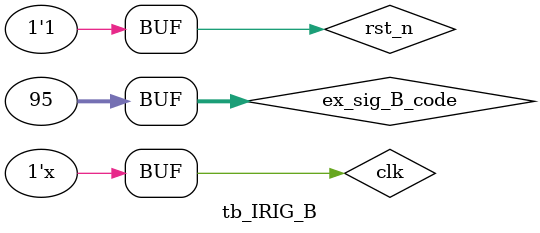
<source format=v>
`timescale 1ns/1ns

module tb_IRIG_B ();

	reg clk;
	reg rst_n;
	reg [31:0] ex_sig_B_code;

	initial begin
		clk <= 1'd0;
		rst_n <= 1'd0;
		#14
		rst_n <= 1'd1;
		ex_sig_B_code <= "P";
		#10_000_000
		ex_sig_B_code <= "P";
		#10_000_000
		ex_sig_B_code <= 48;
		#10_000_000
		ex_sig_B_code <= 48;
		#10_000_000
		ex_sig_B_code <= 48;
		#10_000_000
		ex_sig_B_code <= 49;
		#10_000_000
		ex_sig_B_code <= 48;
		#10_000_000
		ex_sig_B_code <= 48;
		#10_000_000
		ex_sig_B_code <= 48;
		#10_000_000
		ex_sig_B_code <= 48;
		#10_000_000
		ex_sig_B_code <= "P";
		#10_000_000
		ex_sig_B_code <= 48;
		#10_000_000
		ex_sig_B_code <= 48;
		#10_000_000
		ex_sig_B_code <= 48;
		#10_000_000
		ex_sig_B_code <= 49;
		#10_000_000
		ex_sig_B_code <= 48;
		#10_000_000
		ex_sig_B_code <= 48;
		#10_000_000
		ex_sig_B_code <= 48;
		#10_000_000
		ex_sig_B_code <= 49;
		#10_000_000
		ex_sig_B_code <= 48;
		#10_000_000
		ex_sig_B_code <= "P";
		#10_000_000
		ex_sig_B_code <= 49;
		#10_000_000
		ex_sig_B_code <= 48;
		#10_000_000
		ex_sig_B_code <= 48;
		#10_000_000
		ex_sig_B_code <= 48;
		#10_000_000
		ex_sig_B_code <= 48;
		#10_000_000
		ex_sig_B_code <= 48;
		#10_000_000
		ex_sig_B_code <= 48;
		#10_000_000
		ex_sig_B_code <= 48;
		#10_000_000
		ex_sig_B_code <= 48;
		#10_000_000
		ex_sig_B_code <= "P";
		#10_000_000
		ex_sig_B_code <= 49;
		#10_000_000
		ex_sig_B_code <= 48;
		#10_000_000
		ex_sig_B_code <= 48;
		#10_000_000
		ex_sig_B_code <= 48;
		#10_000_000
		ex_sig_B_code <= 48;
		#10_000_000
		ex_sig_B_code <= 49;
		#10_000_000
		ex_sig_B_code <= 48;
		#10_000_000
		ex_sig_B_code <= 49;
		#10_000_000
		ex_sig_B_code <= 48;
		#10_000_000
		ex_sig_B_code <= "P";


		#10_000_000
		ex_sig_B_code <= 48;
		#10_000_000
		ex_sig_B_code <= 49;
		#10_000_000
		ex_sig_B_code <= 48;
		#10_000_000
		ex_sig_B_code <= 48;
		#10_000_000
		ex_sig_B_code <= 48;
		#10_000_000
		ex_sig_B_code <= 48;
		#10_000_000
		ex_sig_B_code <= 48;
		#10_000_000
		ex_sig_B_code <= 48;
		#10_000_000
		ex_sig_B_code <= 48;
		#10_000_000
		ex_sig_B_code <= "P";
		#10_000_000
		ex_sig_B_code <= 49;
		#10_000_000
		ex_sig_B_code <= 48;
		#10_000_000
		ex_sig_B_code <= 48;
		#10_000_000
		ex_sig_B_code <= 48;
		#10_000_000
		ex_sig_B_code <= 48;
		#10_000_000
		ex_sig_B_code <= 48;
		#10_000_000
		ex_sig_B_code <= 49;
		#10_000_000
		ex_sig_B_code <= 48;
		#10_000_000
		ex_sig_B_code <= 48;
		#10_000_000
		ex_sig_B_code <= "P";
		#10_000_000
		ex_sig_B_code <= 48;
		#10_000_000
		ex_sig_B_code <= 48;
		#10_000_000
		ex_sig_B_code <= 48;
		#10_000_000
		ex_sig_B_code <= 48;
		#10_000_000
		ex_sig_B_code <= 48;
		#10_000_000
		ex_sig_B_code <= 48;
		#10_000_000
		ex_sig_B_code <= 48;
		#10_000_000
		ex_sig_B_code <= 48;
		#10_000_000
		ex_sig_B_code <= 48;
		#10_000_000
		ex_sig_B_code <= "P";
		#10_000_000
		ex_sig_B_code <= 48;
		#10_000_000
		ex_sig_B_code <= 48;
		#10_000_000
		ex_sig_B_code <= 48;
		#10_000_000
		ex_sig_B_code <= 48;
		#10_000_000
		ex_sig_B_code <= 48;
		#10_000_000
		ex_sig_B_code <= 49;
		#10_000_000
		ex_sig_B_code <= 48;
		#10_000_000
		ex_sig_B_code <= 48;
		#10_000_000
		ex_sig_B_code <= 48;
		#10_000_000
		ex_sig_B_code <= "P";


		#10_000_000
		ex_sig_B_code <= 48;
		#10_000_000
		ex_sig_B_code <= 48;
		#10_000_000
		ex_sig_B_code <= 48;
		#10_000_000
		ex_sig_B_code <= 49;
		#10_000_000
		ex_sig_B_code <= 49;
		#10_000_000
		ex_sig_B_code <= 48;
		#10_000_000
		ex_sig_B_code <= 49;
		#10_000_000
		ex_sig_B_code <= 48;
		#10_000_000
		ex_sig_B_code <= 49;
		#10_000_000
		ex_sig_B_code <= "P";
		#10_000_000
		ex_sig_B_code <= 48;
		#10_000_000
		ex_sig_B_code <= 48;
		#10_000_000
		ex_sig_B_code <= 49;
		#10_000_000
		ex_sig_B_code <= 49;
		#10_000_000
		ex_sig_B_code <= 48;
		#10_000_000
		ex_sig_B_code <= 48;
		#10_000_000
		ex_sig_B_code <= 48;
		#10_000_000
		ex_sig_B_code <= 48;
		#10_000_000
		ex_sig_B_code <= 48;
		#10_000_000
		ex_sig_B_code <= "P";

		#10_000_000
		ex_sig_B_code <= 95;
		

	end

	always #4 clk <= ~clk;

	wire second_units;
	wire second_tens;
	wire minute_units;
	wire minute_tens;
	wire hour_units;
	wire hour_tens;
	wire day_units;
	wire day_tens;
	wire day_hunds;
	wire year_units;
	wire year_tens;

	IRIG_B IRIG_B_1 (
		.clk(clk),
		.rst_n(rst_n),
		.ex_sig_B_code(ex_sig_B_code),
		.second_units_output(second_units_output),
		.second_tens_output(second_tens_output),
		.minute_units_output(minute_units_output),
		.minute_tens_output(minute_tens_output),
		.hour_units_output(hour_units_output),
		.hour_tens_output(hour_tens_output),
		.day_units_output(day_units_output),
		.day_tens_output(day_tens_output),
		.day_hunds_output(day_hunds_output),
		.year_units_output(year_units_output),
		.year_tens_output(year_tens_output)
);

endmodule
</source>
